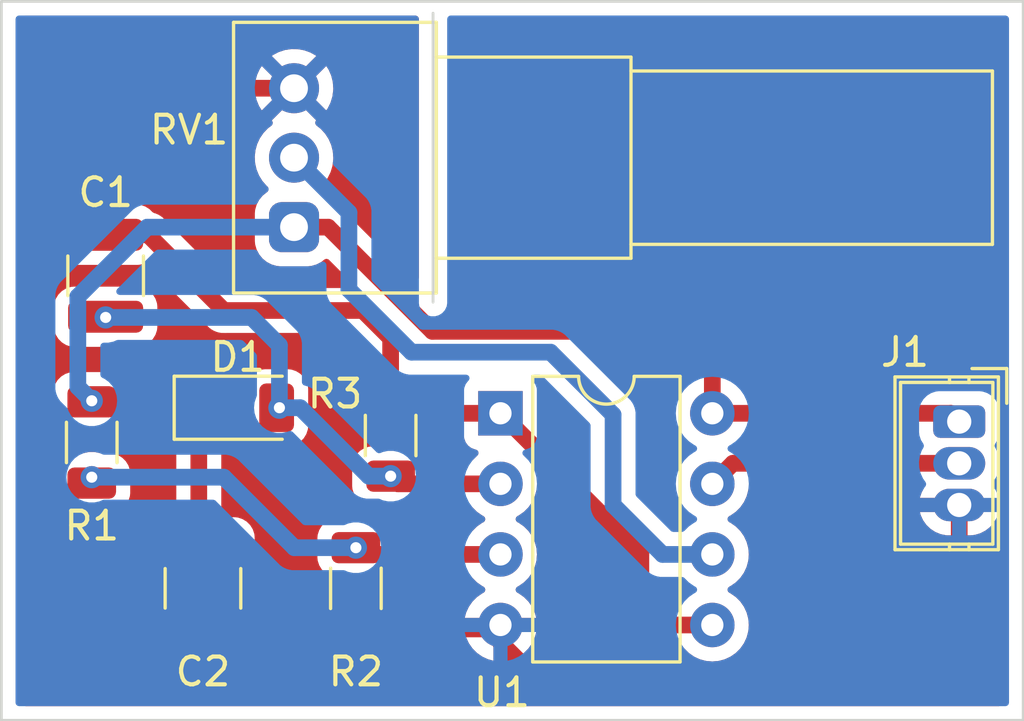
<source format=kicad_pcb>
(kicad_pcb (version 20211014) (generator pcbnew)
  (layers (0 "F.Cu" signal) (31 "B.Cu" signal) (34 "B.Paste" user) (35 "F.Paste" user) (36 "B.SilkS" user "B.Silkscreen") (37 "F.SilkS" user "F.Silkscreen") (38 "B.Mask" user) (39 "F.Mask" user) (44 "Edge.Cuts" user))
  (net 0 "")
  (net 1 "Net-(C1-Pad1)")
  (net 2 "Net-(C1-Pad2)")
  (net 3 "GND")
  (net 4 "+3.3V")
  (net 5 "/Vout")
  (net 6 "Net-(R1-Pad1)")
  (net 7 "Net-(RV1-Pad2)")
  (footprint "Package_DIP:DIP-8_W7.62mm" (layer "F.Cu") (at 130.95 78.2)
    (fp_text reference "U1" (at 0.05 10.05) (layer "F.SilkS"))
    (fp_text value "LMC6482")
    (fp_line (start 6.46 -1.33) (end 4.81 -1.33) (layer "F.SilkS") (width 0.12))
    (fp_line (start 6.46 8.95) (end 6.46 -1.33) (layer "F.SilkS") (width 0.12))
    (fp_line (start 1.16 8.95) (end 6.46 8.95) (layer "F.SilkS") (width 0.12))
    (fp_line (start 1.16 -1.33) (end 1.16 8.95) (layer "F.SilkS") (width 0.12))
    (fp_line (start 2.81 -1.33) (end 1.16 -1.33) (layer "F.SilkS") (width 0.12))
    (fp_arc (start 4.81 -1.33) (mid 3.81 -0.33) (end 2.81 -1.33) (layer "F.SilkS") (width 0.12))
    (pad "1" thru_hole rect (at 0 0) (size 1.6 1.6) (drill 0.8) (layers *.Cu *.Mask) (net 2 "Net-(C1-Pad2)"))
    (pad "2" thru_hole oval (at 0 2.54) (size 1.6 1.6) (drill 0.8) (layers *.Cu *.Mask) (net 1 "Net-(C1-Pad1)"))
    (pad "3" thru_hole oval (at 0 5.08) (size 1.6 1.6) (drill 0.8) (layers *.Cu *.Mask) (net 6 "Net-(R1-Pad1)"))
    (pad "4" thru_hole oval (at 0 7.62) (size 1.6 1.6) (drill 0.8) (layers *.Cu *.Mask) (net 3 "GND"))
    (pad "5" thru_hole oval (at 7.62 7.62) (size 1.6 1.6) (drill 0.8) (layers *.Cu *.Mask) (net 2 "Net-(C1-Pad2)"))
    (pad "6" thru_hole oval (at 7.62 5.08) (size 1.6 1.6) (drill 0.8) (layers *.Cu *.Mask) (net 7 "Net-(RV1-Pad2)"))
    (pad "7" thru_hole oval (at 7.62 2.54) (size 1.6 1.6) (drill 0.8) (layers *.Cu *.Mask) (net 5 "/Vout"))
    (pad "8" thru_hole oval (at 7.62 0) (size 1.6 1.6) (drill 0.8) (layers *.Cu *.Mask) (net 4 "+3.3V"))
  )
  (footprint "Resistor_SMD:R_1206_3216Metric" (layer "F.Cu") (at 116.25 79.25 90)
    (fp_text reference "R1" (at -3 0 180) (layer "F.SilkS"))
    (fp_text value "10K")
    (fp_line (start -0.727064 0.91) (end 0.727064 0.91) (layer "F.SilkS") (width 0.12))
    (fp_line (start -0.727064 -0.91) (end 0.727064 -0.91) (layer "F.SilkS") (width 0.12))
    (pad "1" smd roundrect (at -1.4625 0 90) (size 1.125 1.75) (layers "F.Cu" "F.Paste" "F.Mask") (roundrect_rratio 0.2222222222) (net 6 "Net-(R1-Pad1)"))
    (pad "2" smd roundrect (at 1.4625 0 90) (size 1.125 1.75) (layers "F.Cu" "F.Paste" "F.Mask") (roundrect_rratio 0.2222222222) (net 4 "+3.3V"))
  )
  (footprint "Connector_Wuerth:Wuerth_WR-WTB_64800311622_1x03_P1.50mm_Vertical" (layer "F.Cu") (at 147.45 78.5 -90)
    (fp_text reference "J1" (at -2.5 1.95 180) (layer "F.SilkS"))
    (fp_text value "Conn_01x03")
    (fp_line (start 4.61 2.31) (end 4.61 -1.41) (layer "F.SilkS") (width 0.12))
    (fp_line (start 4.41 0.35) (end 4.61 0.35) (layer "F.SilkS") (width 0.12))
    (fp_line (start -1.61 -1.41) (end -1.61 2.31) (layer "F.SilkS") (width 0.12))
    (fp_line (start -1.41 -1.21) (end 4.41 -1.21) (layer "F.SilkS") (width 0.12))
    (fp_line (start 4.41 -0.35) (end 4.61 -0.35) (layer "F.SilkS") (width 0.12))
    (fp_line (start -0.66 -1.71) (end -1.91 -1.71) (layer "F.SilkS") (width 0.12))
    (fp_line (start 4.61 -1.41) (end -1.61 -1.41) (layer "F.SilkS") (width 0.12))
    (fp_line (start -1.61 2.31) (end 4.61 2.31) (layer "F.SilkS") (width 0.12))
    (fp_line (start -1.91 -1.71) (end -1.91 -0.46) (layer "F.SilkS") (width 0.12))
    (fp_line (start -1.41 2.11) (end 4.41 2.11) (layer "F.SilkS") (width 0.12))
    (fp_line (start 4.41 2.11) (end 4.41 0.35) (layer "F.SilkS") (width 0.12))
    (fp_line (start -1.41 -0.35) (end -1.41 0.35) (layer "F.SilkS") (width 0.12))
    (fp_line (start -1.41 0.35) (end -1.41 2.11) (layer "F.SilkS") (width 0.12))
    (fp_line (start 4.41 -0.35) (end 4.41 0.35) (layer "F.SilkS") (width 0.12))
    (fp_line (start -1.41 -0.35) (end -1.41 -1.21) (layer "F.SilkS") (width 0.12))
    (fp_line (start 4.41 -1.21) (end 4.41 -0.35) (layer "F.SilkS") (width 0.12))
    (fp_line (start -1.41 0.35) (end -1.61 0.35) (layer "F.SilkS") (width 0.12))
    (fp_line (start -1.61 -0.35) (end -1.41 -0.35) (layer "F.SilkS") (width 0.12))
    (pad "1" thru_hole roundrect (at 0 0 270) (size 1.17 1.87) (drill 0.87) (layers *.Cu *.Mask) (roundrect_rratio 0.2136752137) (net 4 "+3.3V"))
    (pad "2" thru_hole oval (at 1.5 0 270) (size 1.17 1.87) (drill 0.87) (layers *.Cu *.Mask) (net 5 "/Vout"))
    (pad "3" thru_hole oval (at 3 0 270) (size 1.17 1.87) (drill 0.87) (layers *.Cu *.Mask) (net 3 "GND"))
  )
  (footprint "Capacitor_SMD:C_1210_3225Metric" (layer "F.Cu") (at 116.75 73.25 90)
    (fp_text reference "C1" (at 3 0 180) (layer "F.SilkS"))
    (fp_text value "100nF")
    (fp_line (start -0.711252 -1.36) (end 0.711252 -1.36) (layer "F.SilkS") (width 0.12))
    (fp_line (start -0.711252 1.36) (end 0.711252 1.36) (layer "F.SilkS") (width 0.12))
    (pad "1" smd roundrect (at -1.475 0 90) (size 1.15 2.7) (layers "F.Cu" "F.Paste" "F.Mask") (roundrect_rratio 0.2173913043) (net 1 "Net-(C1-Pad1)"))
    (pad "2" smd roundrect (at 1.475 0 90) (size 1.15 2.7) (layers "F.Cu" "F.Paste" "F.Mask") (roundrect_rratio 0.2173913043) (net 2 "Net-(C1-Pad2)"))
  )
  (footprint "LED_SMD:LED_1206_3216Metric" (layer "F.Cu") (at 121.5 78)
    (fp_text reference "D1" (at 0 -1.82) (layer "F.SilkS"))
    (fp_text value "LED")
    (fp_line (start -2.285 -1.135) (end -2.285 1.135) (layer "F.SilkS") (width 0.12))
    (fp_line (start -2.285 1.135) (end 1.6 1.135) (layer "F.SilkS") (width 0.12))
    (fp_line (start 1.6 -1.135) (end -2.285 -1.135) (layer "F.SilkS") (width 0.12))
    (pad "1" smd roundrect (at -1.4 0) (size 1.25 1.75) (layers "F.Cu" "F.Paste" "F.Mask") (roundrect_rratio 0.2) (net 4 "+3.3V"))
    (pad "2" smd roundrect (at 1.4 0) (size 1.25 1.75) (layers "F.Cu" "F.Paste" "F.Mask") (roundrect_rratio 0.2) (net 1 "Net-(C1-Pad1)"))
  )
  (footprint "Resistor_SMD:R_1206_3216Metric" (layer "F.Cu") (at 127 79 90)
    (fp_text reference "R3" (at 1.5 -2 180) (layer "F.SilkS"))
    (fp_text value "5.1M")
    (fp_line (start -0.727064 0.91) (end 0.727064 0.91) (layer "F.SilkS") (width 0.12))
    (fp_line (start -0.727064 -0.91) (end 0.727064 -0.91) (layer "F.SilkS") (width 0.12))
    (pad "1" smd roundrect (at -1.4625 0 90) (size 1.125 1.75) (layers "F.Cu" "F.Paste" "F.Mask") (roundrect_rratio 0.2222222222) (net 1 "Net-(C1-Pad1)"))
    (pad "2" smd roundrect (at 1.4625 0 90) (size 1.125 1.75) (layers "F.Cu" "F.Paste" "F.Mask") (roundrect_rratio 0.2222222222) (net 2 "Net-(C1-Pad2)"))
  )
  (footprint "Capacitor_SMD:C_1210_3225Metric" (layer "F.Cu") (at 120.25 84.5 90)
    (fp_text reference "C2" (at -3 0 180) (layer "F.SilkS"))
    (fp_text value "1uF")
    (fp_line (start -0.711252 -1.36) (end 0.711252 -1.36) (layer "F.SilkS") (width 0.12))
    (fp_line (start -0.711252 1.36) (end 0.711252 1.36) (layer "F.SilkS") (width 0.12))
    (pad "1" smd roundrect (at -1.475 0 90) (size 1.15 2.7) (layers "F.Cu" "F.Paste" "F.Mask") (roundrect_rratio 0.2173913043) (net 3 "GND"))
    (pad "2" smd roundrect (at 1.475 0 90) (size 1.15 2.7) (layers "F.Cu" "F.Paste" "F.Mask") (roundrect_rratio 0.2173913043) (net 4 "+3.3V"))
  )
  (footprint "Resistor_SMD:R_1206_3216Metric" (layer "F.Cu") (at 125.75 84.5 90)
    (fp_text reference "R2" (at -3 0 180) (layer "F.SilkS"))
    (fp_text value "10K")
    (fp_line (start -0.727064 0.91) (end 0.727064 0.91) (layer "F.SilkS") (width 0.12))
    (fp_line (start -0.727064 -0.91) (end 0.727064 -0.91) (layer "F.SilkS") (width 0.12))
    (pad "1" smd roundrect (at -1.4625 0 90) (size 1.125 1.75) (layers "F.Cu" "F.Paste" "F.Mask") (roundrect_rratio 0.2222222222) (net 3 "GND"))
    (pad "2" smd roundrect (at 1.4625 0 90) (size 1.125 1.75) (layers "F.Cu" "F.Paste" "F.Mask") (roundrect_rratio 0.2222222222) (net 6 "Net-(R1-Pad1)"))
  )
  (footprint "Potentiometer_THT:Potentiometer_Alps_RK097_Single_Horizontal" (layer "F.Cu") (at 123.525 71.5 180)
    (fp_text reference "RV1" (at 3.775 3.5) (layer "F.SilkS"))
    (fp_text value "R_Potentiometer" hide)
    (fp_line (start -12.12 5.62) (end -25.12 5.62) (layer "F.SilkS") (width 0.12))
    (fp_line (start -12.12 -0.62) (end -25.12 -0.62) (layer "F.SilkS") (width 0.12))
    (fp_line (start 2.175 7.37) (end -5.12 7.37) (layer "F.SilkS") (width 0.12))
    (fp_line (start 2.175 -2.37) (end -5.12 -2.37) (layer "F.SilkS") (width 0.12))
    (fp_line (start -5.12 -1.12) (end -12.12 -1.12) (layer "F.SilkS") (width 0.12))
    (fp_line (start -25.12 5.62) (end -25.12 -0.62) (layer "F.SilkS") (width 0.12))
    (fp_line (start 2.175 7.37) (end 2.175 -2.37) (layer "F.SilkS") (width 0.12))
    (fp_line (start -5.12 7.37) (end -5.12 -2.37) (layer "F.SilkS") (width 0.12))
    (fp_line (start -12.12 6.12) (end -12.12 -1.12) (layer "F.SilkS") (width 0.12))
    (fp_line (start -5.12 6.12) (end -12.12 6.12) (layer "F.SilkS") (width 0.12))
    (fp_line (start -5 -2.7) (end -5 7.7) (layer "Edge.Cuts") (width 0.1))
    (pad "1" thru_hole roundrect (at 0 0) (size 1.8 1.8) (drill 1) (layers *.Cu *.Mask) (net 4 "+3.3V"))
    (pad "2" thru_hole circle (at 0 2.5) (size 1.8 1.8) (drill 1) (layers *.Cu *.Mask) (net 7 "Net-(RV1-Pad2)"))
    (pad "3" thru_hole circle (at 0 5) (size 1.8 1.8) (drill 1) (layers *.Cu *.Mask) (net 3 "GND"))
  )
  (gr_rect (start 113 63.375) (end 149.75 89.25) (layer "Edge.Cuts") (width 0.1) (fill none))
  (segment (start 130.95 80.74) (end 127.2775 80.74) (width 0.6) (layer "F.Cu") (net 1))
  (segment (start 127.2775 80.74) (end 127 80.4625) (width 0.6) (layer "F.Cu") (net 1))
  (via (at 123 78) (size 0.8) (drill 0.4) (layers "F.Cu" "B.Cu") (net 1))
  (via (at 116.75 74.75) (size 0.8) (drill 0.4) (layers "F.Cu" "B.Cu") (net 1))
  (via (at 127 80.4625) (size 0.8) (drill 0.4) (layers "F.Cu" "B.Cu") (net 1))
  (segment (start 116.75 74.75) (end 122 74.75) (width 0.6) (layer "B.Cu") (net 1))
  (segment (start 126.2125 80.4625) (end 127 80.4625) (width 0.6) (layer "B.Cu") (net 1))
  (segment (start 122 74.75) (end 123 75.75) (width 0.6) (layer "B.Cu") (net 1))
  (segment (start 123 78) (end 123.75 78) (width 0.6) (layer "B.Cu") (net 1))
  (segment (start 123 75.75) (end 123 78) (width 0.6) (layer "B.Cu") (net 1))
  (segment (start 123.75 78) (end 126.2125 80.4625) (width 0.6) (layer "B.Cu") (net 1))
  (segment (start 136 84.75) (end 137.07 85.82) (width 0.6) (layer "F.Cu") (net 2))
  (segment (start 127 75.5) (end 127 77.5375) (width 0.6) (layer "F.Cu") (net 2))
  (segment (start 127 77.5375) (end 128.5375 77.5375) (width 0.6) (layer "F.Cu") (net 2))
  (segment (start 118.275 71.775) (end 121 74.5) (width 0.6) (layer "F.Cu") (net 2))
  (segment (start 126 74.5) (end 127 75.5) (width 0.6) (layer "F.Cu") (net 2))
  (segment (start 137.07 85.82) (end 138.57 85.82) (width 0.6) (layer "F.Cu") (net 2))
  (segment (start 130.95 78.2) (end 136 83.25) (width 0.6) (layer "F.Cu") (net 2))
  (segment (start 121 74.5) (end 126 74.5) (width 0.6) (layer "F.Cu") (net 2))
  (segment (start 116.75 71.775) (end 118.275 71.775) (width 0.6) (layer "F.Cu") (net 2))
  (segment (start 129.25 78.25) (end 129.3 78.2) (width 0.6) (layer "F.Cu") (net 2))
  (segment (start 128.5375 77.5375) (end 129.25 78.25) (width 0.6) (layer "F.Cu") (net 2))
  (segment (start 136 83.25) (end 136 84.75) (width 0.6) (layer "F.Cu") (net 2))
  (segment (start 129.3 78.2) (end 130.95 78.2) (width 0.6) (layer "F.Cu") (net 2))
  (segment (start 125.75 87) (end 125.75 85.9625) (width 0.6) (layer "F.Cu") (net 3))
  (segment (start 116.5 66.5) (end 114 69) (width 0.6) (layer "F.Cu") (net 3))
  (segment (start 130.95 86.45) (end 130.95 85.82) (width 0.6) (layer "F.Cu") (net 3))
  (segment (start 116.5 88) (end 124.75 88) (width 0.6) (layer "F.Cu") (net 3))
  (segment (start 123.525 66.5) (end 116.5 66.5) (width 0.6) (layer "F.Cu") (net 3))
  (segment (start 147.45 81.5) (end 147.45 82.8) (width 0.6) (layer "F.Cu") (net 3))
  (segment (start 142 88.25) (end 132.75 88.25) (width 0.6) (layer "F.Cu") (net 3))
  (segment (start 114 69) (end 114 85.5) (width 0.6) (layer "F.Cu") (net 3))
  (segment (start 130.8075 85.9625) (end 130.95 85.82) (width 0.6) (layer "F.Cu") (net 3))
  (segment (start 120.25 85.975) (end 125.7375 85.975) (width 0.6) (layer "F.Cu") (net 3))
  (segment (start 125.7375 85.975) (end 125.75 85.9625) (width 0.6) (layer "F.Cu") (net 3))
  (segment (start 125.75 85.9625) (end 130.8075 85.9625) (width 0.6) (layer "F.Cu") (net 3))
  (segment (start 114 85.5) (end 116.5 88) (width 0.6) (layer "F.Cu") (net 3))
  (segment (start 132.75 88.25) (end 130.95 86.45) (width 0.6) (layer "F.Cu") (net 3))
  (segment (start 124.75 88) (end 125.75 87) (width 0.6) (layer "F.Cu") (net 3))
  (segment (start 147.45 82.8) (end 142 88.25) (width 0.6) (layer "F.Cu") (net 3))
  (segment (start 137.25 75.25) (end 138.57 76.57) (width 0.6) (layer "F.Cu") (net 4))
  (segment (start 123.525 71.5) (end 124.75 71.5) (width 0.6) (layer "F.Cu") (net 4))
  (segment (start 138.57 76.57) (end 138.57 78.2) (width 0.6) (layer "F.Cu") (net 4))
  (segment (start 119.8875 77.7875) (end 120.05 77.95) (width 0.6) (layer "F.Cu") (net 4))
  (segment (start 120.1 78) (end 120.1 82.875) (width 0.6) (layer "F.Cu") (net 4))
  (segment (start 147.15 78.2) (end 147.45 78.5) (width 0.6) (layer "F.Cu") (net 4))
  (segment (start 124.75 71.5) (end 128.5 75.25) (width 0.6) (layer "F.Cu") (net 4))
  (segment (start 128.5 75.25) (end 137.25 75.25) (width 0.6) (layer "F.Cu") (net 4))
  (segment (start 120.05 77.95) (end 120.1 78) (width 0.6) (layer "F.Cu") (net 4))
  (segment (start 138.57 78.2) (end 147.15 78.2) (width 0.6) (layer "F.Cu") (net 4))
  (segment (start 120.1 82.875) (end 120.25 83.025) (width 0.6) (layer "F.Cu") (net 4))
  (segment (start 116.25 77.7875) (end 119.8875 77.7875) (width 0.6) (layer "F.Cu") (net 4))
  (via (at 116.25 77.75) (size 0.8) (drill 0.4) (layers "F.Cu" "B.Cu") (net 4))
  (segment (start 115.75 74) (end 115.75 77.25) (width 0.6) (layer "B.Cu") (net 4))
  (segment (start 115.75 77.25) (end 116.25 77.75) (width 0.6) (layer "B.Cu") (net 4))
  (segment (start 118.25 71.5) (end 115.75 74) (width 0.6) (layer "B.Cu") (net 4))
  (segment (start 123.525 71.5) (end 118.25 71.5) (width 0.6) (layer "B.Cu") (net 4))
  (segment (start 139.31 80) (end 147.45 80) (width 0.6) (layer "F.Cu") (net 5))
  (segment (start 138.57 80.74) (end 139.31 80) (width 0.6) (layer "F.Cu") (net 5))
  (segment (start 125.9925 83.28) (end 125.75 83.0375) (width 0.6) (layer "F.Cu") (net 6))
  (segment (start 130.95 83.28) (end 125.9925 83.28) (width 0.6) (layer "F.Cu") (net 6))
  (via (at 116.25 80.5) (size 0.8) (drill 0.4) (layers "F.Cu" "B.Cu") (net 6))
  (via (at 125.75 83.0375) (size 0.8) (drill 0.4) (layers "F.Cu" "B.Cu") (net 6))
  (segment (start 123.5375 83.0375) (end 125.75 83.0375) (width 0.6) (layer "B.Cu") (net 6))
  (segment (start 121 80.5) (end 123.5375 83.0375) (width 0.6) (layer "B.Cu") (net 6))
  (segment (start 116.25 80.5) (end 121 80.5) (width 0.6) (layer "B.Cu") (net 6))
  (segment (start 125.5 73.75) (end 127.75 76) (width 0.6) (layer "B.Cu") (net 7))
  (segment (start 123.525 69) (end 125.5 70.975) (width 0.6) (layer "B.Cu") (net 7))
  (segment (start 135 81.5) (end 136.78 83.28) (width 0.6) (layer "B.Cu") (net 7))
  (segment (start 132.75 76) (end 135 78.25) (width 0.6) (layer "B.Cu") (net 7))
  (segment (start 136.78 83.28) (end 138.57 83.28) (width 0.6) (layer "B.Cu") (net 7))
  (segment (start 125.5 70.975) (end 125.5 73.75) (width 0.6) (layer "B.Cu") (net 7))
  (segment (start 135 78.25) (end 135 81.5) (width 0.6) (layer "B.Cu") (net 7))
  (segment (start 127.75 76) (end 132.75 76) (width 0.6) (layer "B.Cu") (net 7))
  (zone (net 3) (net_name "GND") (layer "F.Cu") (connect_pads (clearance 0.508)) (min_thickness 0.254) (fill yes (thermal_gap 0.508) (thermal_bridge_width 0.508))
    (polygon (pts (xy 149 88.75) (xy 113.75 88.75) (xy 113.75 63.75) (xy 149 63.75)))
  )
  (zone (net 3) (net_name "GND") (layer "B.Cu") (connect_pads (clearance 0.508)) (min_thickness 0.254) (fill yes (thermal_gap 0.508) (thermal_bridge_width 0.508))
    (polygon (pts (xy 149.25 89) (xy 113.5 89) (xy 113.5 63.75) (xy 149.25 63.75)))
  )
)
</source>
